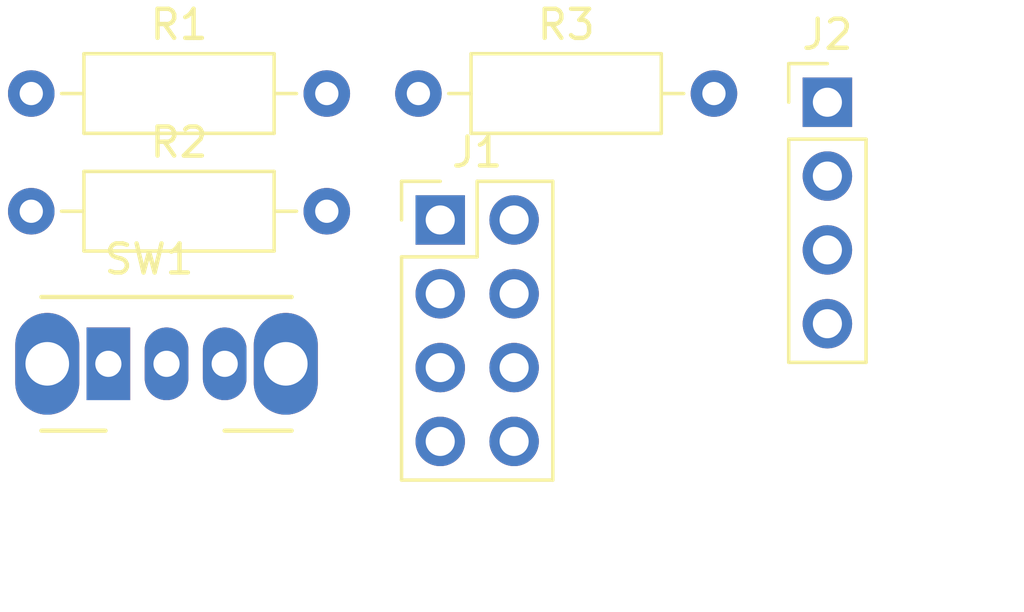
<source format=kicad_pcb>
(kicad_pcb (version 20211014) (generator pcbnew)
  (layers (0 "F.Cu" signal) (31 "B.Cu" signal) (34 "B.Paste" user) (35 "F.Paste" user) (36 "B.SilkS" user "B.Silkscreen") (37 "F.SilkS" user "F.Silkscreen") (38 "B.Mask" user) (39 "F.Mask" user) (44 "Edge.Cuts" user))
  (net 0 "")
  (net 1 "/RX")
  (net 2 "Net-(J1-Pad1)")
  (net 3 "GND")
  (net 4 "Net-(J1-Pad7)")
  (net 5 "Net-(R3-Pad2)")
  (net 8 "VCC")
  (net 10 "/TX")
  (footprint "Connector_PinHeader_2.54mm:PinHeader_1x04_P2.54mm_Vertical" (layer "F.Cu") (at 173.435 95.85)
    (fp_text reference "J2" (at 0 -2.33) (layer "F.SilkS"))
    (fp_text value "Conn_01x04_Male")
    (fp_line (start -1.33 1.27) (end -1.33 8.95) (layer "F.SilkS") (width 0.12))
    (fp_line (start -1.33 0) (end -1.33 -1.33) (layer "F.SilkS") (width 0.12))
    (fp_line (start -1.33 -1.33) (end 0 -1.33) (layer "F.SilkS") (width 0.12))
    (fp_line (start 1.33 1.27) (end 1.33 8.95) (layer "F.SilkS") (width 0.12))
    (fp_line (start -1.33 1.27) (end 1.33 1.27) (layer "F.SilkS") (width 0.12))
    (fp_line (start -1.33 8.95) (end 1.33 8.95) (layer "F.SilkS") (width 0.12))
    (pad "1" thru_hole rect (at 0 0) (size 1.7 1.7) (drill 1) (layers *.Cu *.Mask) (net 3 "GND"))
    (pad "2" thru_hole oval (at 0 2.54) (size 1.7 1.7) (drill 1) (layers *.Cu *.Mask) (net 10 "/TX"))
    (pad "3" thru_hole oval (at 0 5.08) (size 1.7 1.7) (drill 1) (layers *.Cu *.Mask) (net 1 "/RX"))
    (pad "4" thru_hole oval (at 0 7.62) (size 1.7 1.7) (drill 1) (layers *.Cu *.Mask) (net 8 "VCC"))
  )
  (footprint "Resistor_THT:R_Axial_DIN0207_L6.3mm_D2.5mm_P10.16mm_Horizontal" (layer "F.Cu") (at 146.065 95.55)
    (fp_text reference "R1" (at 5.08 -2.37) (layer "F.SilkS"))
    (fp_text value "R")
    (fp_line (start 8.35 1.37) (end 8.35 -1.37) (layer "F.SilkS") (width 0.12))
    (fp_line (start 1.81 -1.37) (end 1.81 1.37) (layer "F.SilkS") (width 0.12))
    (fp_line (start 1.81 1.37) (end 8.35 1.37) (layer "F.SilkS") (width 0.12))
    (fp_line (start 9.12 0) (end 8.35 0) (layer "F.SilkS") (width 0.12))
    (fp_line (start 1.04 0) (end 1.81 0) (layer "F.SilkS") (width 0.12))
    (fp_line (start 8.35 -1.37) (end 1.81 -1.37) (layer "F.SilkS") (width 0.12))
    (pad "1" thru_hole circle (at 0 0) (size 1.6 1.6) (drill 0.8) (layers *.Cu *.Mask) (net 1 "/RX"))
    (pad "2" thru_hole oval (at 10.16 0) (size 1.6 1.6) (drill 0.8) (layers *.Cu *.Mask) (net 2 "Net-(J1-Pad1)"))
  )
  (footprint "Resistor_THT:R_Axial_DIN0207_L6.3mm_D2.5mm_P10.16mm_Horizontal" (layer "F.Cu") (at 146.065 99.6)
    (fp_text reference "R2" (at 5.08 -2.37) (layer "F.SilkS"))
    (fp_text value "R")
    (fp_line (start 1.81 -1.37) (end 1.81 1.37) (layer "F.SilkS") (width 0.12))
    (fp_line (start 1.04 0) (end 1.81 0) (layer "F.SilkS") (width 0.12))
    (fp_line (start 8.35 -1.37) (end 1.81 -1.37) (layer "F.SilkS") (width 0.12))
    (fp_line (start 8.35 1.37) (end 8.35 -1.37) (layer "F.SilkS") (width 0.12))
    (fp_line (start 1.81 1.37) (end 8.35 1.37) (layer "F.SilkS") (width 0.12))
    (fp_line (start 9.12 0) (end 8.35 0) (layer "F.SilkS") (width 0.12))
    (pad "1" thru_hole circle (at 0 0) (size 1.6 1.6) (drill 0.8) (layers *.Cu *.Mask) (net 2 "Net-(J1-Pad1)"))
    (pad "2" thru_hole oval (at 10.16 0) (size 1.6 1.6) (drill 0.8) (layers *.Cu *.Mask) (net 3 "GND"))
  )
  (footprint "Connector_PinHeader_2.54mm:PinHeader_2x04_P2.54mm_Vertical" (layer "F.Cu") (at 160.125 99.9)
    (fp_text reference "J1" (at 1.27 -2.33) (layer "F.SilkS"))
    (fp_text value "Conn_02x04_Top_Bottom")
    (fp_line (start -1.33 1.27) (end 1.27 1.27) (layer "F.SilkS") (width 0.12))
    (fp_line (start 3.87 -1.33) (end 3.87 8.95) (layer "F.SilkS") (width 0.12))
    (fp_line (start -1.33 -1.33) (end 0 -1.33) (layer "F.SilkS") (width 0.12))
    (fp_line (start -1.33 1.27) (end -1.33 8.95) (layer "F.SilkS") (width 0.12))
    (fp_line (start -1.33 8.95) (end 3.87 8.95) (layer "F.SilkS") (width 0.12))
    (fp_line (start 1.27 1.27) (end 1.27 -1.33) (layer "F.SilkS") (width 0.12))
    (fp_line (start 1.27 -1.33) (end 3.87 -1.33) (layer "F.SilkS") (width 0.12))
    (fp_line (start -1.33 0) (end -1.33 -1.33) (layer "F.SilkS") (width 0.12))
    (pad "1" thru_hole rect (at 0 0) (size 1.7 1.7) (drill 1) (layers *.Cu *.Mask) (net 2 "Net-(J1-Pad1)"))
    (pad "2" thru_hole oval (at 2.54 0) (size 1.7 1.7) (drill 1) (layers *.Cu *.Mask))
    (pad "3" thru_hole oval (at 0 2.54) (size 1.7 1.7) (drill 1) (layers *.Cu *.Mask))
    (pad "4" thru_hole oval (at 2.54 2.54) (size 1.7 1.7) (drill 1) (layers *.Cu *.Mask) (net 3 "GND"))
    (pad "5" thru_hole oval (at 0 5.08) (size 1.7 1.7) (drill 1) (layers *.Cu *.Mask) (net 8 "VCC"))
    (pad "6" thru_hole oval (at 2.54 5.08) (size 1.7 1.7) (drill 1) (layers *.Cu *.Mask))
    (pad "7" thru_hole oval (at 0 7.62) (size 1.7 1.7) (drill 1) (layers *.Cu *.Mask) (net 4 "Net-(J1-Pad7)"))
    (pad "8" thru_hole oval (at 2.54 7.62) (size 1.7 1.7) (drill 1) (layers *.Cu *.Mask) (net 10 "/TX"))
  )
  (footprint "Resistor_THT:R_Axial_DIN0207_L6.3mm_D2.5mm_P10.16mm_Horizontal" (layer "F.Cu") (at 159.375 95.55)
    (fp_text reference "R3" (at 5.08 -2.37) (layer "F.SilkS"))
    (fp_text value "R")
    (fp_line (start 8.35 -1.37) (end 1.81 -1.37) (layer "F.SilkS") (width 0.12))
    (fp_line (start 9.12 0) (end 8.35 0) (layer "F.SilkS") (width 0.12))
    (fp_line (start 8.35 1.37) (end 8.35 -1.37) (layer "F.SilkS") (width 0.12))
    (fp_line (start 1.81 1.37) (end 8.35 1.37) (layer "F.SilkS") (width 0.12))
    (fp_line (start 1.81 -1.37) (end 1.81 1.37) (layer "F.SilkS") (width 0.12))
    (fp_line (start 1.04 0) (end 1.81 0) (layer "F.SilkS") (width 0.12))
    (pad "1" thru_hole circle (at 0 0) (size 1.6 1.6) (drill 0.8) (layers *.Cu *.Mask) (net 4 "Net-(J1-Pad7)"))
    (pad "2" thru_hole oval (at 10.16 0) (size 1.6 1.6) (drill 0.8) (layers *.Cu *.Mask) (net 5 "Net-(R3-Pad2)"))
  )
  (footprint "Button_Switch_THT:SW_CuK_OS102011MA1QN1_SPDT_Angled" (layer "F.Cu") (at 148.715 104.85)
    (fp_text reference "SW1" (at 1.4 -3.6) (layer "F.SilkS"))
    (fp_text value "SW_DPDT_x2")
    (fp_line (start -2.3 2.3) (end -0.1 2.3) (layer "F.SilkS") (width 0.15))
    (fp_line (start -2.3 -2.3) (end 6.3 -2.3) (layer "F.SilkS") (width 0.15))
    (fp_line (start 4 2.3) (end 6.3 2.3) (layer "F.SilkS") (width 0.15))
    (pad "" thru_hole oval (at 6.1 0) (size 2.2 3.5) (drill 1.5) (layers *.Cu *.Mask))
    (pad "" thru_hole oval (at -2.1 0) (size 2.2 3.5) (drill 1.5) (layers *.Cu *.Mask))
    (pad "1" thru_hole rect (at 0 0) (size 1.5 2.5) (drill 0.9) (layers *.Cu *.Mask) (net 8 "VCC"))
    (pad "2" thru_hole oval (at 2 0) (size 1.5 2.5) (drill 0.9) (layers *.Cu *.Mask) (net 5 "Net-(R3-Pad2)"))
    (pad "3" thru_hole oval (at 4 0) (size 1.5 2.5) (drill 0.9) (layers *.Cu *.Mask) (net 3 "GND"))
  )
)
</source>
